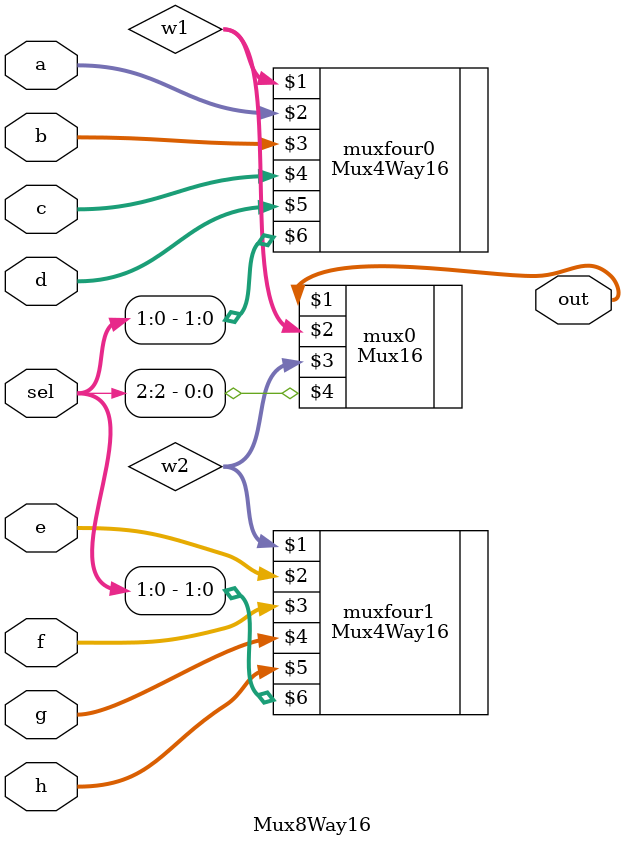
<source format=v>
`ifndef _Mux8Way16_
`define _Mux8Way16_

`include "Mux16.v"
`include "Mux4Way16.v"

module Mux8Way16 (out,a,b,c,d,e,f,g,h,sel);
  input [15:0] a,b,c,d,e,f,g,h;
  input[2:0] sel;
  output [15:0] out;
  wire [15:0] w1,w2;

  //Descrição
  Mux4Way16 muxfour0(w1,a,b,c,d,sel[1:0]);
  Mux4Way16 muxfour1(w2,e,f,g,h,sel[1:0]);
  Mux16 mux0(out[15:0],w1,w2,sel[2]);

endmodule
`endif

</source>
